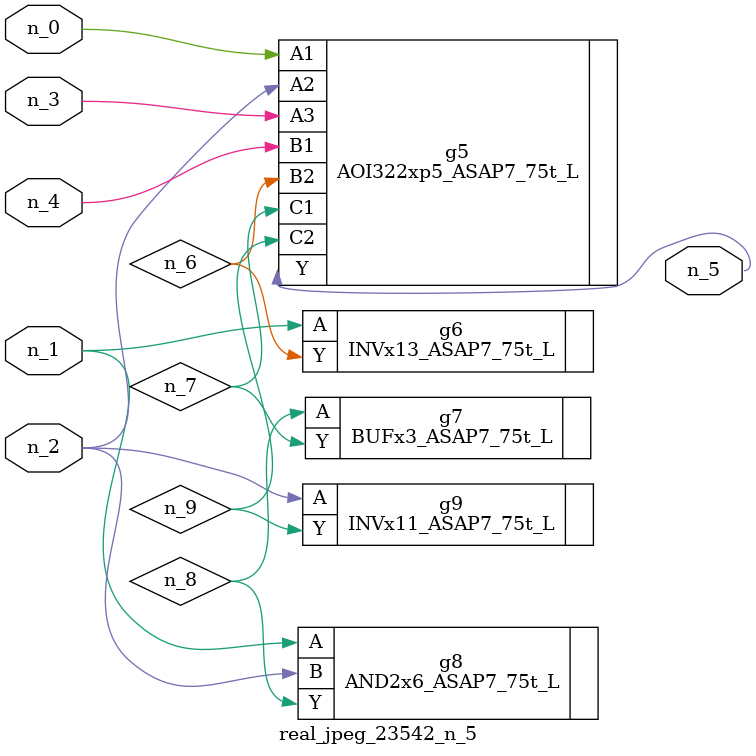
<source format=v>
module real_jpeg_23542_n_5 (n_4, n_0, n_1, n_2, n_3, n_5);

input n_4;
input n_0;
input n_1;
input n_2;
input n_3;

output n_5;

wire n_8;
wire n_6;
wire n_7;
wire n_9;

AOI322xp5_ASAP7_75t_L g5 ( 
.A1(n_0),
.A2(n_2),
.A3(n_3),
.B1(n_4),
.B2(n_6),
.C1(n_7),
.C2(n_9),
.Y(n_5)
);

INVx13_ASAP7_75t_L g6 ( 
.A(n_1),
.Y(n_6)
);

AND2x6_ASAP7_75t_L g8 ( 
.A(n_1),
.B(n_2),
.Y(n_8)
);

INVx11_ASAP7_75t_L g9 ( 
.A(n_2),
.Y(n_9)
);

BUFx3_ASAP7_75t_L g7 ( 
.A(n_8),
.Y(n_7)
);


endmodule
</source>
